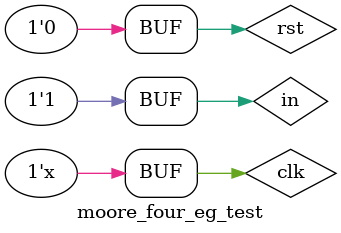
<source format=v>
module moore_four_eg_test;

	// Inputs
	reg clk;
	reg rst;
	reg in;

	// Outputs
	wire out;

	// Instantiate the Unit Under Test (UUT)
	moore_four_eg uut (
		.clk(clk), 
		.rst(rst), 
		.in(in), 
		.out(out)
	);
  always #100 clk=~clk;
	initial begin
		// Initialize Inputs
		clk = 0;
		rst = 0;
		in = 0;

		// Wait 100 ns for global reset to finish
		#100 rst=1;in=1;
		#100 rst=1;in=0;
		#100 rst=0;in=1;
		#100 in=0;
		#100 in=1;
		#100 in=0;
		#100 in=1;
		#100 in=0;
		#100 in=1;
        
		// Add stimulus here

	end
      
endmodule


</source>
